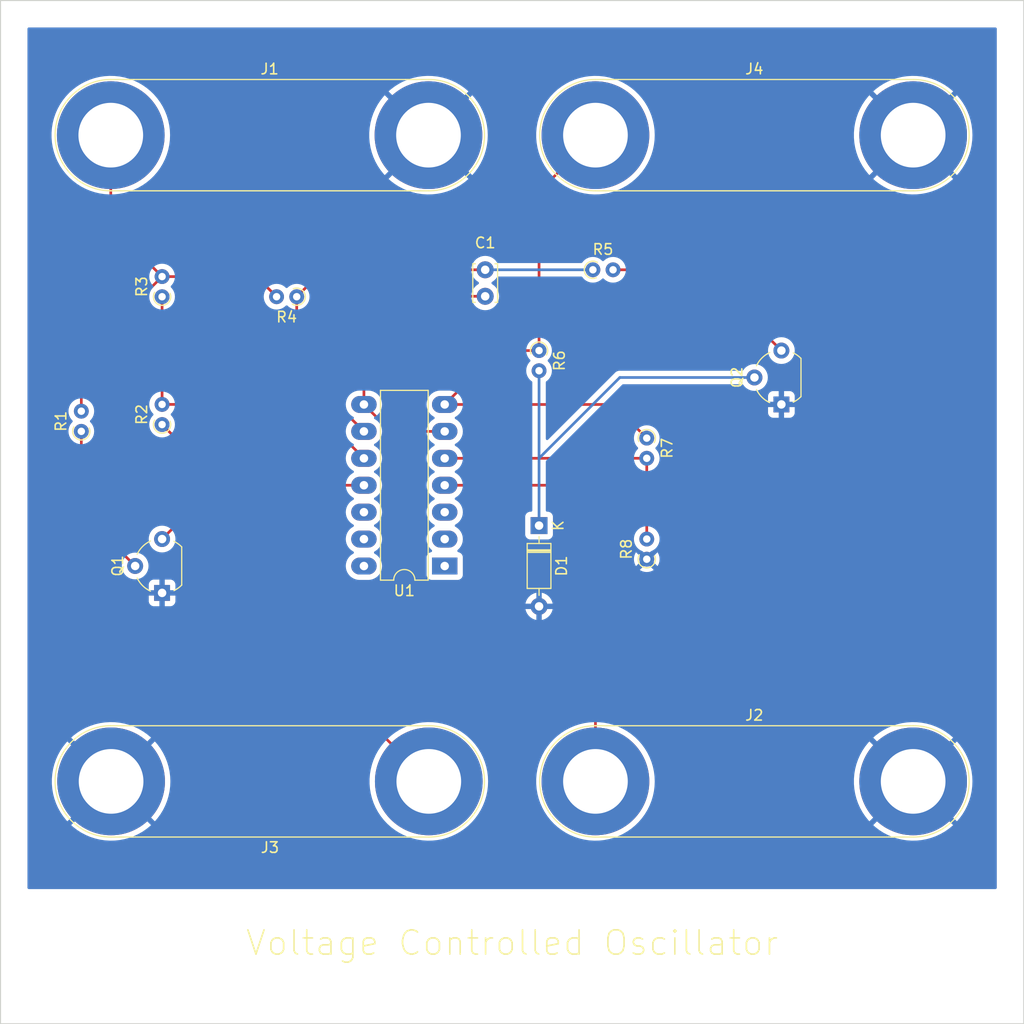
<source format=kicad_pcb>
(kicad_pcb (version 20211014) (generator pcbnew)
  (layers (0 "F.Cu" signal) (31 "B.Cu" signal) (34 "B.Paste" user) (35 "F.Paste" user) (36 "B.SilkS" user "B.Silkscreen") (37 "F.SilkS" user "F.Silkscreen") (38 "B.Mask" user) (39 "F.Mask" user) (44 "Edge.Cuts" user))
  (net 0 "")
  (net 1 "Net-(C1-Pad1)")
  (net 2 "Net-(C1-Pad2)")
  (net 3 "Net-(D1-Pad1)")
  (net 4 "GND")
  (net 5 "Vc")
  (net 6 "VDD")
  (net 7 "VSS")
  (net 8 "Vout")
  (net 9 "Net-(Q1-Pad2)")
  (net 10 "Net-(Q1-Pad3)")
  (net 11 "Net-(Q2-Pad3)")
  (net 12 "Net-(R2-Pad2)")
  (net 13 "Net-(R7-Pad2)")
  (footprint "Resistor_THT:R_Axial_DIN0204_L3.6mm_D1.6mm_P1.90mm_Vertical" (layer "F.Cu") (at 124.46 93.34 90)
    (fp_text reference "R2" (at 0.95 -1.92 90) (layer "F.SilkS"))
    (fp_text value "10k")
    (fp_arc (start 0.320095 0.749359) (mid -0.813042 -0.054435) (end 0.417133 -0.7) (layer "F.SilkS") (width 0.12))
    (pad "1" thru_hole circle (at 0 0 90) (size 1.4 1.4) (drill 0.7) (layers *.Cu *.Mask) (net 10 "Net-(Q1-Pad3)"))
    (pad "2" thru_hole oval (at 1.9 0 90) (size 1.4 1.4) (drill 0.7) (layers *.Cu *.Mask) (net 12 "Net-(R2-Pad2)"))
  )
  (footprint "Connector:Banana_Jack_2Pin" (layer "F.Cu") (at 149.62 127 180)
    (fp_text reference "J3" (at 14.985 -6.24) (layer "F.SilkS"))
    (fp_text value "Conn_01x02")
    (fp_line (start 0 5.25) (end 30 5.25) (layer "F.SilkS") (width 0.12))
    (fp_line (start 30 -5.25) (end 0 -5.25) (layer "F.SilkS") (width 0.12))
    (fp_arc (start 0 5.25) (mid -5.25 0) (end 0 -5.25) (layer "F.SilkS") (width 0.12))
    (fp_arc (start 30 -5.25) (mid 35.25 0) (end 30 5.25) (layer "F.SilkS") (width 0.12))
    (pad "1" thru_hole circle (at 0 0 180) (size 10.16 10.16) (drill 6.1) (layers *.Cu *.Mask) (net 7 "VSS"))
    (pad "2" thru_hole circle (at 29.97 0 180) (size 10.16 10.16) (drill 6.1) (layers *.Cu *.Mask) (net 4 "GND"))
  )
  (footprint "Resistor_THT:R_Axial_DIN0204_L3.6mm_D1.6mm_P1.90mm_Vertical" (layer "F.Cu") (at 137.16 81.28 180)
    (fp_text reference "R4" (at 0.95 -1.92) (layer "F.SilkS"))
    (fp_text value "714.29")
    (fp_arc (start 0.320095 0.749359) (mid -0.813042 -0.054435) (end 0.417133 -0.7) (layer "F.SilkS") (width 0.12))
    (pad "1" thru_hole circle (at 0 0 180) (size 1.4 1.4) (drill 0.7) (layers *.Cu *.Mask) (net 2 "Net-(C1-Pad2)"))
    (pad "2" thru_hole oval (at 1.9 0 180) (size 1.4 1.4) (drill 0.7) (layers *.Cu *.Mask) (net 5 "Vc"))
  )
  (footprint "Connector:Banana_Jack_2Pin" (layer "F.Cu") (at 119.62 66.04)
    (fp_text reference "J1" (at 14.985 -6.24) (layer "F.SilkS"))
    (fp_text value "Conn_01x02")
    (fp_line (start 30 -5.25) (end 0 -5.25) (layer "F.SilkS") (width 0.12))
    (fp_line (start 0 5.25) (end 30 5.25) (layer "F.SilkS") (width 0.12))
    (fp_arc (start 30 -5.25) (mid 35.25 0) (end 30 5.25) (layer "F.SilkS") (width 0.12))
    (fp_arc (start 0 5.25) (mid -5.25 0) (end 0 -5.25) (layer "F.SilkS") (width 0.12))
    (pad "1" thru_hole circle (at 0 0) (size 10.16 10.16) (drill 6.1) (layers *.Cu *.Mask) (net 5 "Vc"))
    (pad "2" thru_hole circle (at 29.97 0) (size 10.16 10.16) (drill 6.1) (layers *.Cu *.Mask) (net 4 "GND"))
  )
  (footprint "Resistor_THT:R_Axial_DIN0204_L3.6mm_D1.6mm_P1.90mm_Vertical" (layer "F.Cu") (at 124.46 81.28 90)
    (fp_text reference "R3" (at 0.95 -1.92 90) (layer "F.SilkS"))
    (fp_text value "10k")
    (fp_arc (start 0.320095 0.749359) (mid -0.813042 -0.054435) (end 0.417133 -0.7) (layer "F.SilkS") (width 0.12))
    (pad "1" thru_hole circle (at 0 0 90) (size 1.4 1.4) (drill 0.7) (layers *.Cu *.Mask) (net 12 "Net-(R2-Pad2)"))
    (pad "2" thru_hole oval (at 1.9 0 90) (size 1.4 1.4) (drill 0.7) (layers *.Cu *.Mask) (net 5 "Vc"))
  )
  (footprint "Connector:Banana_Jack_2Pin" (layer "F.Cu") (at 165.34 127)
    (fp_text reference "J2" (at 14.985 -6.24) (layer "F.SilkS"))
    (fp_text value "Conn_01x02")
    (fp_line (start 0 5.25) (end 30 5.25) (layer "F.SilkS") (width 0.12))
    (fp_line (start 30 -5.25) (end 0 -5.25) (layer "F.SilkS") (width 0.12))
    (fp_arc (start 0 5.25) (mid -5.25 0) (end 0 -5.25) (layer "F.SilkS") (width 0.12))
    (fp_arc (start 30 -5.25) (mid 35.25 0) (end 30 5.25) (layer "F.SilkS") (width 0.12))
    (pad "1" thru_hole circle (at 0 0) (size 10.16 10.16) (drill 6.1) (layers *.Cu *.Mask) (net 6 "VDD"))
    (pad "2" thru_hole circle (at 29.97 0) (size 10.16 10.16) (drill 6.1) (layers *.Cu *.Mask) (net 4 "GND"))
  )
  (footprint "Diode_THT:D_DO-35_SOD27_P7.62mm_Horizontal" (layer "F.Cu") (at 160.02 102.87 -90)
    (fp_text reference "D1" (at 3.81 -2.12 90) (layer "F.SilkS"))
    (fp_text value "1N4148")
    (fp_text user "K" (at 0 -1.8 90) (layer "F.SilkS"))
    (fp_line (start 6.58 0) (end 5.93 0) (layer "F.SilkS") (width 0.12))
    (fp_line (start 2.41 -1.12) (end 2.41 1.12) (layer "F.SilkS") (width 0.12))
    (fp_line (start 5.93 -1.12) (end 1.69 -1.12) (layer "F.SilkS") (width 0.12))
    (fp_line (start 2.29 -1.12) (end 2.29 1.12) (layer "F.SilkS") (width 0.12))
    (fp_line (start 1.69 1.12) (end 5.93 1.12) (layer "F.SilkS") (width 0.12))
    (fp_line (start 1.04 0) (end 1.69 0) (layer "F.SilkS") (width 0.12))
    (fp_line (start 2.53 -1.12) (end 2.53 1.12) (layer "F.SilkS") (width 0.12))
    (fp_line (start 5.93 1.12) (end 5.93 -1.12) (layer "F.SilkS") (width 0.12))
    (fp_line (start 1.69 -1.12) (end 1.69 1.12) (layer "F.SilkS") (width 0.12))
    (pad "1" thru_hole rect (at 0 0 270) (size 1.6 1.6) (drill 0.8) (layers *.Cu *.Mask) (net 3 "Net-(D1-Pad1)"))
    (pad "2" thru_hole oval (at 7.62 0 270) (size 1.6 1.6) (drill 0.8) (layers *.Cu *.Mask) (net 4 "GND"))
  )
  (footprint "Resistor_THT:R_Axial_DIN0204_L3.6mm_D1.6mm_P1.90mm_Vertical" (layer "F.Cu") (at 160.02 86.36 -90)
    (fp_text reference "R6" (at 0.95 -1.92 90) (layer "F.SilkS"))
    (fp_text value "90k")
    (fp_arc (start 0.320095 0.749359) (mid -0.813042 -0.054435) (end 0.417133 -0.7) (layer "F.SilkS") (width 0.12))
    (pad "1" thru_hole circle (at 0 0 270) (size 1.4 1.4) (drill 0.7) (layers *.Cu *.Mask) (net 8 "Vout"))
    (pad "2" thru_hole oval (at 1.9 0 270) (size 1.4 1.4) (drill 0.7) (layers *.Cu *.Mask) (net 3 "Net-(D1-Pad1)"))
  )
  (footprint "Resistor_THT:R_Axial_DIN0204_L3.6mm_D1.6mm_P1.90mm_Vertical" (layer "F.Cu") (at 170.18 94.62 -90)
    (fp_text reference "R7" (at 0.95 -1.92 90) (layer "F.SilkS"))
    (fp_text value "40k")
    (fp_arc (start 0.320095 0.749359) (mid -0.813042 -0.054435) (end 0.417133 -0.7) (layer "F.SilkS") (width 0.12))
    (pad "1" thru_hole circle (at 0 0 270) (size 1.4 1.4) (drill 0.7) (layers *.Cu *.Mask) (net 8 "Vout"))
    (pad "2" thru_hole oval (at 1.9 0 270) (size 1.4 1.4) (drill 0.7) (layers *.Cu *.Mask) (net 13 "Net-(R7-Pad2)"))
  )
  (footprint "Resistor_THT:R_Axial_DIN0204_L3.6mm_D1.6mm_P1.90mm_Vertical" (layer "F.Cu") (at 165.1 78.74)
    (fp_text reference "R5" (at 0.95 -1.92) (layer "F.SilkS"))
    (fp_text value "357.145")
    (fp_arc (start 0.320095 0.749359) (mid -0.813042 -0.054435) (end 0.417133 -0.7) (layer "F.SilkS") (width 0.12))
    (pad "1" thru_hole circle (at 0 0) (size 1.4 1.4) (drill 0.7) (layers *.Cu *.Mask) (net 2 "Net-(C1-Pad2)"))
    (pad "2" thru_hole oval (at 1.9 0) (size 1.4 1.4) (drill 0.7) (layers *.Cu *.Mask) (net 11 "Net-(Q2-Pad3)"))
  )
  (footprint "Capacitor_THT:C_Disc_D3.4mm_W2.1mm_P2.50mm" (layer "F.Cu") (at 154.94 81.24 90)
    (fp_text reference "C1" (at 5.04 0 180) (layer "F.SilkS"))
    (fp_text value "10n")
    (fp_line (start 3.07 -1.17) (end 3.07 -0.925) (layer "F.SilkS") (width 0.12))
    (fp_line (start 3.07 0.925) (end 3.07 1.17) (layer "F.SilkS") (width 0.12))
    (fp_line (start -0.57 0.925) (end -0.57 1.17) (layer "F.SilkS") (width 0.12))
    (fp_line (start -0.57 -1.17) (end 3.07 -1.17) (layer "F.SilkS") (width 0.12))
    (fp_line (start -0.57 -1.17) (end -0.57 -0.925) (layer "F.SilkS") (width 0.12))
    (fp_line (start -0.57 1.17) (end 3.07 1.17) (layer "F.SilkS") (width 0.12))
    (pad "1" thru_hole circle (at 0 0 90) (size 1.6 1.6) (drill 0.8) (layers *.Cu *.Mask) (net 1 "Net-(C1-Pad1)"))
    (pad "2" thru_hole circle (at 2.5 0 90) (size 1.6 1.6) (drill 0.8) (layers *.Cu *.Mask) (net 2 "Net-(C1-Pad2)"))
  )
  (footprint "Resistor_THT:R_Axial_DIN0204_L3.6mm_D1.6mm_P1.90mm_Vertical" (layer "F.Cu") (at 116.84 93.98 90)
    (fp_text reference "R1" (at 0.95 -1.92 90) (layer "F.SilkS"))
    (fp_text value "50k")
    (fp_arc (start 0.320095 0.749359) (mid -0.813042 -0.054435) (end 0.417133 -0.7) (layer "F.SilkS") (width 0.12))
    (pad "1" thru_hole circle (at 0 0 90) (size 1.4 1.4) (drill 0.7) (layers *.Cu *.Mask) (net 9 "Net-(Q1-Pad2)"))
    (pad "2" thru_hole oval (at 1.9 0 90) (size 1.4 1.4) (drill 0.7) (layers *.Cu *.Mask) (net 5 "Vc"))
  )
  (footprint "Package_TO_SOT_THT:TO-92_Wide" (layer "F.Cu") (at 124.46 109.22 90)
    (fp_text reference "Q1" (at 2.55 -4.19 90) (layer "F.SilkS"))
    (fp_text value "2N3904")
    (fp_line (start 0.74 1.85) (end 4.34 1.85) (layer "F.SilkS") (width 0.12))
    (fp_arc (start 0.74 1.85) (mid 0.446097 1.509328) (end 0.215816 1.122795) (layer "F.SilkS") (width 0.12))
    (fp_arc (start 3.65 -2.35) (mid 4.382279 -1.833196) (end 4.895458 -1.098371) (layer "F.SilkS") (width 0.12))
    (fp_arc (start 4.864184 1.122795) (mid 4.633903 1.509328) (end 4.34 1.85) (layer "F.SilkS") (width 0.12))
    (fp_arc (start 0.172801 -1.103842) (mid 0.678995 -1.832692) (end 1.4 -2.35) (layer "F.SilkS") (width 0.12))
    (pad "1" thru_hole rect (at 0 0 90) (size 1.5 1.5) (drill 0.8) (layers *.Cu *.Mask) (net 4 "GND"))
    (pad "2" thru_hole circle (at 2.54 -2.54 90) (size 1.5 1.5) (drill 0.8) (layers *.Cu *.Mask) (net 9 "Net-(Q1-Pad2)"))
    (pad "3" thru_hole circle (at 5.08 0 90) (size 1.5 1.5) (drill 0.8) (layers *.Cu *.Mask) (net 10 "Net-(Q1-Pad3)"))
  )
  (footprint "Package_DIP:DIP-14_W7.62mm_LongPads" (layer "F.Cu") (at 151.12 106.685 180)
    (fp_text reference "U1" (at 3.81 -2.33 180) (layer "F.SilkS"))
    (fp_text value "TL074")
    (fp_line (start 1.56 -1.33) (end 1.56 16.57) (layer "F.SilkS") (width 0.12))
    (fp_line (start 1.56 16.57) (end 6.06 16.57) (layer "F.SilkS") (width 0.12))
    (fp_line (start 6.06 16.57) (end 6.06 -1.33) (layer "F.SilkS") (width 0.12))
    (fp_line (start 6.06 -1.33) (end 4.81 -1.33) (layer "F.SilkS") (width 0.12))
    (fp_line (start 2.81 -1.33) (end 1.56 -1.33) (layer "F.SilkS") (width 0.12))
    (fp_arc (start 4.81 -1.33) (mid 3.81 -0.33) (end 2.81 -1.33) (layer "F.SilkS") (width 0.12))
    (pad "1" thru_hole rect (at 0 0 180) (size 2.4 1.6) (drill 0.8) (layers *.Cu *.Mask))
    (pad "2" thru_hole oval (at 0 2.54 180) (size 2.4 1.6) (drill 0.8) (layers *.Cu *.Mask))
    (pad "3" thru_hole oval (at 0 5.08 180) (size 2.4 1.6) (drill 0.8) (layers *.Cu *.Mask))
    (pad "4" thru_hole oval (at 0 7.62 180) (size 2.4 1.6) (drill 0.8) (layers *.Cu *.Mask) (net 6 "VDD"))
    (pad "5" thru_hole oval (at 0 10.16 180) (size 2.4 1.6) (drill 0.8) (layers *.Cu *.Mask) (net 13 "Net-(R7-Pad2)"))
    (pad "6" thru_hole oval (at 0 12.7 180) (size 2.4 1.6) (drill 0.8) (layers *.Cu *.Mask) (net 1 "Net-(C1-Pad1)"))
    (pad "7" thru_hole oval (at 0 15.24 180) (size 2.4 1.6) (drill 0.8) (layers *.Cu *.Mask) (net 8 "Vout"))
    (pad "8" thru_hole oval (at 7.62 15.24 180) (size 2.4 1.6) (drill 0.8) (layers *.Cu *.Mask) (net 1 "Net-(C1-Pad1)"))
    (pad "9" thru_hole oval (at 7.62 12.7 180) (size 2.4 1.6) (drill 0.8) (layers *.Cu *.Mask) (net 2 "Net-(C1-Pad2)"))
    (pad "10" thru_hole oval (at 7.62 10.16 180) (size 2.4 1.6) (drill 0.8) (layers *.Cu *.Mask) (net 12 "Net-(R2-Pad2)"))
    (pad "11" thru_hole oval (at 7.62 7.62 180) (size 2.4 1.6) (drill 0.8) (layers *.Cu *.Mask) (net 7 "VSS"))
    (pad "12" thru_hole oval (at 7.62 5.08 180) (size 2.4 1.6) (drill 0.8) (layers *.Cu *.Mask))
    (pad "13" thru_hole oval (at 7.62 2.54 180) (size 2.4 1.6) (drill 0.8) (layers *.Cu *.Mask))
    (pad "14" thru_hole oval (at 7.62 0 180) (size 2.4 1.6) (drill 0.8) (layers *.Cu *.Mask))
  )
  (footprint "Connector:Banana_Jack_2Pin" (layer "F.Cu") (at 165.34 66.04)
    (fp_text reference "J4" (at 14.985 -6.24) (layer "F.SilkS"))
    (fp_text value "Conn_01x02")
    (fp_line (start 0 5.25) (end 30 5.25) (layer "F.SilkS") (width 0.12))
    (fp_line (start 30 -5.25) (end 0 -5.25) (layer "F.SilkS") (width 0.12))
    (fp_arc (start 30 -5.25) (mid 35.25 0) (end 30 5.25) (layer "F.SilkS") (width 0.12))
    (fp_arc (start 0 5.25) (mid -5.25 0) (end 0 -5.25) (layer "F.SilkS") (width 0.12))
    (pad "1" thru_hole circle (at 0 0) (size 10.16 10.16) (drill 6.1) (layers *.Cu *.Mask) (net 8 "Vout"))
    (pad "2" thru_hole circle (at 29.97 0) (size 10.16 10.16) (drill 6.1) (layers *.Cu *.Mask) (net 4 "GND"))
  )
  (footprint "Package_TO_SOT_THT:TO-92_Wide" (layer "F.Cu") (at 182.88 91.44 90)
    (fp_text reference "Q2" (at 2.55 -4.19 90) (layer "F.SilkS"))
    (fp_text value "2N3904")
    (fp_line (start 0.74 1.85) (end 4.34 1.85) (layer "F.SilkS") (width 0.12))
    (fp_arc (start 3.65 -2.35) (mid 4.382279 -1.833196) (end 4.895458 -1.098371) (layer "F.SilkS") (width 0.12))
    (fp_arc (start 4.864184 1.122795) (mid 4.633903 1.509328) (end 4.34 1.85) (layer "F.SilkS") (width 0.12))
    (fp_arc (start 0.172801 -1.103842) (mid 0.678995 -1.832692) (end 1.4 -2.35) (layer "F.SilkS") (width 0.12))
    (fp_arc (start 0.74 1.85) (mid 0.446097 1.509328) (end 0.215816 1.122795) (layer "F.SilkS") (width 0.12))
    (pad "1" thru_hole rect (at 0 0 90) (size 1.5 1.5) (drill 0.8) (layers *.Cu *.Mask) (net 4 "GND"))
    (pad "2" thru_hole circle (at 2.54 -2.54 90) (size 1.5 1.5) (drill 0.8) (layers *.Cu *.Mask) (net 3 "Net-(D1-Pad1)"))
    (pad "3" thru_hole circle (at 5.08 0 90) (size 1.5 1.5) (drill 0.8) (layers *.Cu *.Mask) (net 11 "Net-(Q2-Pad3)"))
  )
  (footprint "Resistor_THT:R_Axial_DIN0204_L3.6mm_D1.6mm_P1.90mm_Vertical" (layer "F.Cu") (at 170.18 106.04 90)
    (fp_text reference "R8" (at 0.95 -1.92 90) (layer "F.SilkS"))
    (fp_text value "10k")
    (fp_arc (start 0.320095 0.749359) (mid -0.813042 -0.054435) (end 0.417133 -0.7) (layer "F.SilkS") (width 0.12))
    (pad "1" thru_hole circle (at 0 0 90) (size 1.4 1.4) (drill 0.7) (layers *.Cu *.Mask) (net 4 "GND"))
    (pad "2" thru_hole oval (at 1.9 0 90) (size 1.4 1.4) (drill 0.7) (layers *.Cu *.Mask) (net 13 "Net-(R7-Pad2)"))
  )
  (gr_rect (start 205.74 53.34) (end 109.22 149.86) (layer "Edge.Cuts") (width 0.1) (fill none))
  (gr_text "Voltage Controlled Oscillator" (at 157.48 142.24) (layer "F.SilkS") (effects (font (size 2.286 2.286))))
  (segment (start 154.94 81.24) (end 149.9 81.24) (width 0.254) (layer "F.Cu") (net 1))
  (segment (start 147.315 93.985) (end 146.04 93.985) (width 0.254) (layer "F.Cu") (net 1))
  (segment (start 149.9 81.24) (end 143.5 87.64) (width 0.254) (layer "F.Cu") (net 1))
  (segment (start 143.5 87.64) (end 143.5 91.445) (width 0.254) (layer "F.Cu") (net 1))
  (segment (start 146.04 93.985) (end 143.5 91.445) (width 0.254) (layer "F.Cu") (net 1))
  (segment (start 151.12 93.985) (end 147.315 93.985) (width 0.254) (layer "F.Cu") (net 1))
  (segment (start 137.16 81.28) (end 137.16 87.645) (width 0.254) (layer "F.Cu") (net 2))
  (segment (start 139.7 78.74) (end 137.16 81.28) (width 0.254) (layer "F.Cu") (net 2))
  (segment (start 137.16 87.645) (end 143.5 93.985) (width 0.254) (layer "F.Cu") (net 2))
  (segment (start 154.94 78.74) (end 139.7 78.74) (width 0.254) (layer "F.Cu") (net 2))
  (segment (start 165.1 78.74) (end 154.94 78.74) (width 0.254) (layer "B.Cu") (net 2))
  (segment (start 167.64 88.9) (end 160.02 96.52) (width 0.254) (layer "B.Cu") (net 3))
  (segment (start 160.02 96.52) (end 160.02 102.87) (width 0.254) (layer "B.Cu") (net 3))
  (segment (start 160.02 88.26) (end 160.02 96.52) (width 0.254) (layer "B.Cu") (net 3))
  (segment (start 180.34 88.9) (end 167.64 88.9) (width 0.254) (layer "B.Cu") (net 3))
  (segment (start 119.62 66.04) (end 119.62 74.54) (width 0.254) (layer "F.Cu") (net 5))
  (segment (start 124.46 79.38) (end 133.36 79.38) (width 0.254) (layer "F.Cu") (net 5))
  (segment (start 116.84 87) (end 116.84 92.08) (width 0.254) (layer "F.Cu") (net 5))
  (segment (start 133.36 79.38) (end 135.26 81.28) (width 0.254) (layer "F.Cu") (net 5))
  (segment (start 119.62 74.54) (end 124.46 79.38) (width 0.254) (layer "F.Cu") (net 5))
  (segment (start 124.46 79.38) (end 116.84 87) (width 0.254) (layer "F.Cu") (net 5))
  (segment (start 165.095 99.065) (end 165.1 99.06) (width 0.254) (layer "F.Cu") (net 6))
  (segment (start 151.12 99.065) (end 165.095 99.065) (width 0.254) (layer "F.Cu") (net 6))
  (segment (start 165.34 99.3) (end 165.34 127) (width 0.254) (layer "F.Cu") (net 6))
  (segment (start 165.1 99.06) (end 165.34 99.3) (width 0.254) (layer "F.Cu") (net 6))
  (segment (start 137.16 99.06) (end 137.165 99.065) (width 0.254) (layer "F.Cu") (net 7))
  (segment (start 149.62 127) (end 137.16 114.54) (width 0.254) (layer "F.Cu") (net 7))
  (segment (start 137.16 114.54) (end 137.16 99.06) (width 0.254) (layer "F.Cu") (net 7))
  (segment (start 137.165 99.065) (end 143.5 99.065) (width 0.254) (layer "F.Cu") (net 7))
  (segment (start 167.005 91.445) (end 151.12 91.445) (width 0.254) (layer "F.Cu") (net 8))
  (segment (start 156.205 86.36) (end 151.12 91.445) (width 0.254) (layer "F.Cu") (net 8))
  (segment (start 165.34 66.04) (end 160.02 71.36) (width 0.254) (layer "F.Cu") (net 8))
  (segment (start 170.18 94.62) (end 167.005 91.445) (width 0.254) (layer "F.Cu") (net 8))
  (segment (start 160.02 86.36) (end 156.205 86.36) (width 0.254) (layer "F.Cu") (net 8))
  (segment (start 160.02 71.36) (end 160.02 86.36) (width 0.254) (layer "F.Cu") (net 8))
  (segment (start 116.84 93.98) (end 116.84 101.6) (width 0.254) (layer "F.Cu") (net 9))
  (segment (start 116.84 101.6) (end 121.92 106.68) (width 0.254) (layer "F.Cu") (net 9))
  (segment (start 124.46 93.34) (end 127 95.88) (width 0.254) (layer "F.Cu") (net 10))
  (segment (start 127 101.6) (end 124.46 104.14) (width 0.254) (layer "F.Cu") (net 10))
  (segment (start 127 95.88) (end 127 101.6) (width 0.254) (layer "F.Cu") (net 10))
  (segment (start 175.26 78.74) (end 182.88 86.36) (width 0.254) (layer "F.Cu") (net 11))
  (segment (start 167 78.74) (end 175.26 78.74) (width 0.254) (layer "F.Cu") (net 11))
  (segment (start 138.415 91.44) (end 143.5 96.525) (width 0.254) (layer "F.Cu") (net 12))
  (segment (start 124.46 81.28) (end 124.46 91.44) (width 0.254) (layer "F.Cu") (net 12))
  (segment (start 124.46 91.44) (end 138.415 91.44) (width 0.254) (layer "F.Cu") (net 12))
  (segment (start 151.125 96.52) (end 151.12 96.525) (width 0.254) (layer "F.Cu") (net 13))
  (segment (start 170.18 96.52) (end 151.125 96.52) (width 0.254) (layer "F.Cu") (net 13))
  (segment (start 170.18 96.52) (end 170.18 104.14) (width 0.254) (layer "F.Cu") (net 13))
  (zone (net 4) (net_name "GND") (layer "B.Cu") (connect_pads (clearance 0.508)) (min_thickness 0.254) (fill yes (thermal_gap 0.508) (thermal_bridge_width 0.508))
    (polygon (pts (xy 111.76 137.16) (xy 111.76 55.88) (xy 203.2 55.88) (xy 203.2 137.16)))
  )
)
</source>
